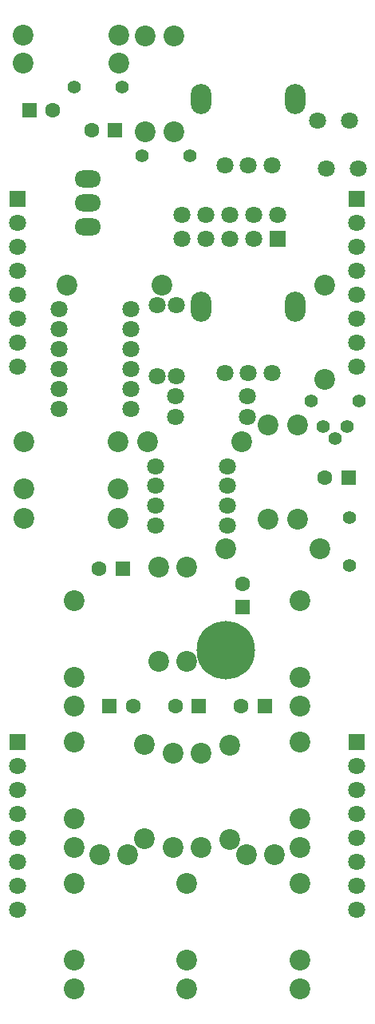
<source format=gts>
G04 #@! TF.FileFunction,Soldermask,Top*
%FSLAX46Y46*%
G04 Gerber Fmt 4.6, Leading zero omitted, Abs format (unit mm)*
G04 Created by KiCad (PCBNEW (2016-08-20 BZR 7083)-product) date Thu Jan 26 00:07:01 2017*
%MOMM*%
%LPD*%
G01*
G04 APERTURE LIST*
%ADD10C,0.100000*%
%ADD11C,1.800000*%
%ADD12C,2.200000*%
%ADD13C,1.400000*%
%ADD14R,1.600000X1.600000*%
%ADD15C,1.600000*%
%ADD16O,2.200000X3.200000*%
%ADD17R,1.800000X1.800000*%
%ADD18O,2.800000X1.800000*%
%ADD19C,6.200000*%
G04 APERTURE END LIST*
D10*
D11*
X16200000Y51800000D03*
X23800000Y51800000D03*
D12*
X2200000Y60700000D03*
X12200000Y60700000D03*
D13*
X35200000Y61065000D03*
X36470000Y62335000D03*
X33930000Y62335000D03*
D14*
X12650000Y47200000D03*
D15*
X10150000Y47200000D03*
D14*
X25400000Y43150000D03*
D15*
X25400000Y45650000D03*
D14*
X11850000Y93700000D03*
D15*
X9350000Y93700000D03*
D14*
X2750000Y95800000D03*
D15*
X5250000Y95800000D03*
D13*
X14760000Y91000000D03*
X19840000Y91000000D03*
X7560000Y98300000D03*
X12640000Y98300000D03*
D14*
X11250000Y32700000D03*
D15*
X13750000Y32700000D03*
D14*
X36650000Y56900000D03*
D15*
X34150000Y56900000D03*
D13*
X36700000Y52640000D03*
X36700000Y47560000D03*
D14*
X27750000Y32700000D03*
D15*
X25250000Y32700000D03*
D12*
X15100000Y103680000D03*
X15100000Y93520000D03*
X18100000Y103680000D03*
X18100000Y93520000D03*
D16*
X31000000Y97000000D03*
X21000000Y97000000D03*
D11*
X28500000Y90000000D03*
X26000000Y90000000D03*
X23500000Y90000000D03*
D16*
X31000000Y75000000D03*
X21000000Y75000000D03*
D11*
X28500000Y68000000D03*
X26000000Y68000000D03*
X23500000Y68000000D03*
X34250000Y89650000D03*
X33350000Y94750000D03*
X37650000Y89650000D03*
X36750000Y94750000D03*
D17*
X29080000Y82230000D03*
D11*
X29080000Y84770000D03*
X26540000Y82230000D03*
X26540000Y84770000D03*
X24000000Y82230000D03*
X24000000Y84770000D03*
X21460000Y82230000D03*
X21460000Y84770000D03*
X18920000Y82230000D03*
X18920000Y84770000D03*
D12*
X7500000Y20698000D03*
X7500000Y28826000D03*
X7500000Y17650000D03*
X31500000Y20698000D03*
X31500000Y28826000D03*
X31500000Y17650000D03*
X7500000Y35698000D03*
X7500000Y43826000D03*
X7500000Y32650000D03*
X31500000Y35698000D03*
X31500000Y43826000D03*
X31500000Y32650000D03*
X7500000Y5698000D03*
X7500000Y13826000D03*
X7500000Y2650000D03*
X19500000Y5698000D03*
X19500000Y13826000D03*
X19500000Y2650000D03*
D13*
X32660000Y65000000D03*
X37740000Y65000000D03*
D12*
X12280000Y103800000D03*
X2120000Y103800000D03*
X2120000Y100800000D03*
X12280000Y100800000D03*
D11*
X1500000Y68610000D03*
X1500000Y71150000D03*
X1500000Y73690000D03*
X1500000Y76230000D03*
X1500000Y78770000D03*
X1500000Y81310000D03*
D17*
X1500000Y86390000D03*
D11*
X1500000Y83850000D03*
X1500000Y11110000D03*
X1500000Y13650000D03*
X1500000Y16190000D03*
X1500000Y18730000D03*
X1500000Y21270000D03*
X1500000Y23810000D03*
D17*
X1500000Y28890000D03*
D11*
X1500000Y26350000D03*
X37500000Y68610000D03*
X37500000Y71150000D03*
X37500000Y73690000D03*
X37500000Y76230000D03*
X37500000Y78770000D03*
X37500000Y81310000D03*
D17*
X37500000Y86390000D03*
D11*
X37500000Y83850000D03*
X37500000Y11110000D03*
X37500000Y13650000D03*
X37500000Y16190000D03*
X37500000Y18730000D03*
X37500000Y21270000D03*
X37500000Y23810000D03*
D17*
X37500000Y28890000D03*
D11*
X37500000Y26350000D03*
D14*
X20750000Y32700000D03*
D15*
X18250000Y32700000D03*
D18*
X9000000Y88540000D03*
X9000000Y83460000D03*
X9000000Y86000000D03*
D12*
X31500000Y5698000D03*
X31500000Y13826000D03*
X31500000Y2650000D03*
X10200000Y16900000D03*
X13200000Y16900000D03*
X28800000Y16900000D03*
X25800000Y16900000D03*
X21000000Y27700000D03*
X21000000Y17700000D03*
X18000000Y17700000D03*
X18000000Y27700000D03*
X15300000Y60700000D03*
X25300000Y60700000D03*
X2200000Y52600000D03*
X12200000Y52600000D03*
X31200000Y62500000D03*
X31200000Y52500000D03*
X16500000Y37400000D03*
X16500000Y47400000D03*
X19500000Y37400000D03*
X19500000Y47400000D03*
X24000000Y28500000D03*
X24000000Y18500000D03*
X15000000Y28600000D03*
X15000000Y18600000D03*
X28100000Y52500000D03*
X28100000Y62500000D03*
X12200000Y55700000D03*
X2200000Y55700000D03*
X23600000Y49300000D03*
X33600000Y49300000D03*
X34100000Y77300000D03*
X34100000Y67300000D03*
X6800000Y77300000D03*
X16800000Y77300000D03*
D11*
X13500000Y66300000D03*
X5900000Y66300000D03*
X5900000Y64200000D03*
X13500000Y64200000D03*
X16200000Y58100000D03*
X23800000Y58100000D03*
X23800000Y56000000D03*
X16200000Y56000000D03*
X23800000Y53900000D03*
X16200000Y53900000D03*
X13500000Y74700000D03*
X5900000Y74700000D03*
X5900000Y72600000D03*
X13500000Y72600000D03*
X13500000Y68400000D03*
X5900000Y68400000D03*
X5900000Y70500000D03*
X13500000Y70500000D03*
X18300000Y65500000D03*
X25900000Y65500000D03*
X18400000Y67600000D03*
X18400000Y75200000D03*
X25900000Y63300000D03*
X18300000Y63300000D03*
X16300000Y75200000D03*
X16300000Y67600000D03*
D19*
X23600000Y38600000D03*
M02*

</source>
